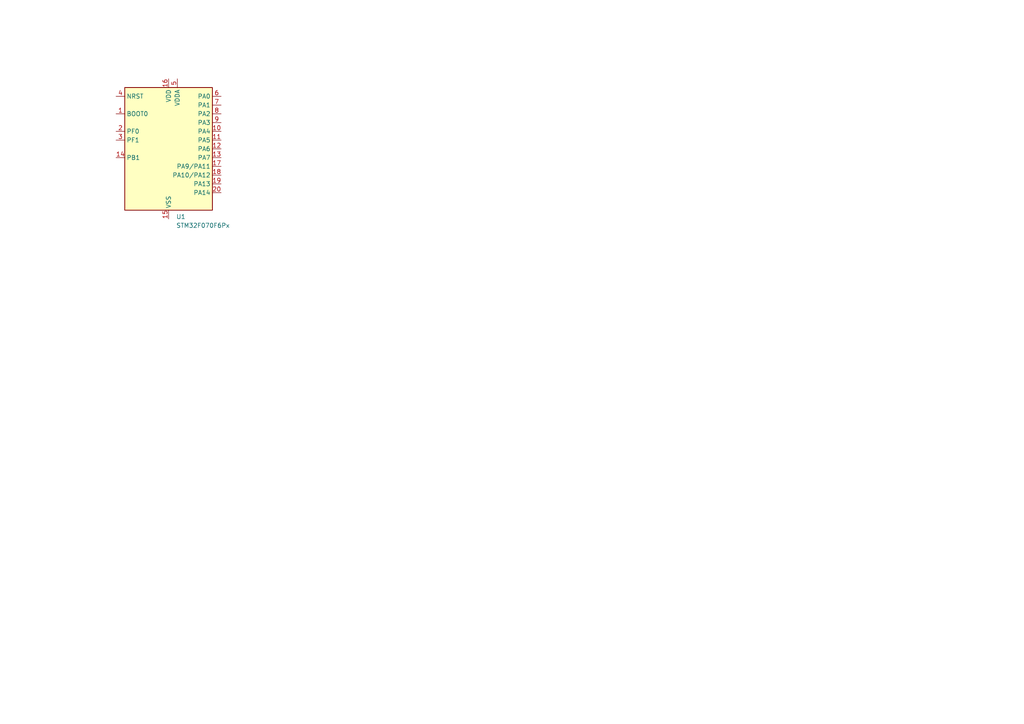
<source format=kicad_sch>
(kicad_sch (version 20230121) (generator eeschema)
  (paper "A4")
  (lib_symbols
    (symbol "MCU_ST_STM32F0:STM32F070F6Px"
      (property "Reference" "U" (at -12.7 19.05 0))
      (property "Value" "STM32F070F6Px" (at 5.08 19.05 0))
      (symbol "STM32F070F6Px_0_1"
        (rectangle (start -12.7 -17.78) (end 12.7 17.78) (stroke (width 0.254)) (fill (type background)))
      )
      (symbol "STM32F070F6Px_1_1"
        (pin input line (at -15.24 10.16 0) (length 2.54) (name "BOOT0") (number "1"))
        (pin bidirectional line (at 15.24 5.08 180) (length 2.54) (name "PA4") (number "10"))
        (pin bidirectional line (at 15.24 2.54 180) (length 2.54) (name "PA5") (number "11"))
        (pin bidirectional line (at 15.24 0 180) (length 2.54) (name "PA6") (number "12"))
        (pin bidirectional line (at 15.24 -2.54 180) (length 2.54) (name "PA7") (number "13"))
        (pin bidirectional line (at -15.24 -2.54 0) (length 2.54) (name "PB1") (number "14"))
        (pin power_in line (at 0 -20.32 90) (length 2.54) (name "VSS") (number "15"))
        (pin power_in line (at 0 20.32 270) (length 2.54) (name "VDD") (number "16"))
        (pin bidirectional line (at 15.24 -5.08 180) (length 2.54) (name "PA9/PA11") (number "17"))
        (pin bidirectional line (at 15.24 -7.62 180) (length 2.54) (name "PA10/PA12") (number "18"))
        (pin bidirectional line (at 15.24 -10.16 180) (length 2.54) (name "PA13") (number "19"))
        (pin bidirectional line (at -15.24 5.08 0) (length 2.54) (name "PF0") (number "2"))
        (pin bidirectional line (at 15.24 -12.7 180) (length 2.54) (name "PA14") (number "20"))
        (pin bidirectional line (at -15.24 2.54 0) (length 2.54) (name "PF1") (number "3"))
        (pin input line (at -15.24 15.24 0) (length 2.54) (name "NRST") (number "4"))
        (pin power_in line (at 2.54 20.32 270) (length 2.54) (name "VDDA") (number "5"))
        (pin bidirectional line (at 15.24 15.24 180) (length 2.54) (name "PA0") (number "6"))
        (pin bidirectional line (at 15.24 12.7 180) (length 2.54) (name "PA1") (number "7"))
        (pin bidirectional line (at 15.24 10.16 180) (length 2.54) (name "PA2") (number "8"))
        (pin bidirectional line (at 15.24 7.62 180) (length 2.54) (name "PA3") (number "9"))
      )
    )
  )
  (symbol (lib_id "MCU_ST_STM32F0:STM32F070F6Px") (at 48.895 43.18 0) (unit 1)
    (property "Reference" "U1" (at 51.0891 62.865 0) (effects (justify left)))
    (property "Value" "STM32F070F6Px" (at 51.0891 65.405 0) (effects (justify left)))
    (property "Footprint" "Package_SO:TSSOP-20_4.4x6.5mm_P0.65mm" (effects hide))
    (property "Datasheet" "https://www.st.com/resource/en/datasheet/stm32f070f6.pdf" (effects hide))
  )
)
</source>
